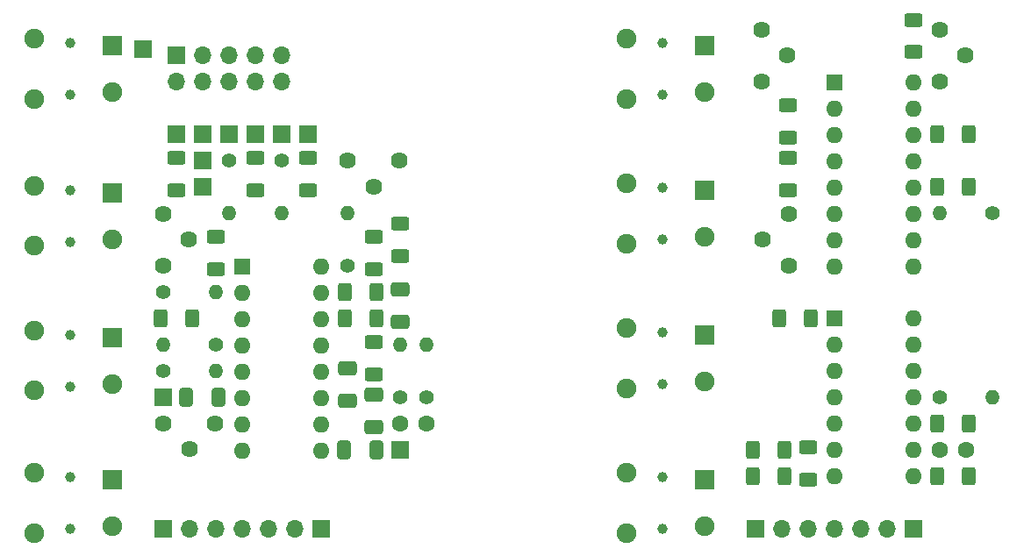
<source format=gbr>
%TF.GenerationSoftware,KiCad,Pcbnew,(6.0.5)*%
%TF.CreationDate,2023-05-16T23:55:54-04:00*%
%TF.ProjectId,as3340_no_mux,61733333-3430-45f6-9e6f-5f6d75782e6b,rev?*%
%TF.SameCoordinates,Original*%
%TF.FileFunction,Soldermask,Top*%
%TF.FilePolarity,Negative*%
%FSLAX46Y46*%
G04 Gerber Fmt 4.6, Leading zero omitted, Abs format (unit mm)*
G04 Created by KiCad (PCBNEW (6.0.5)) date 2023-05-16 23:55:55*
%MOMM*%
%LPD*%
G01*
G04 APERTURE LIST*
G04 Aperture macros list*
%AMRoundRect*
0 Rectangle with rounded corners*
0 $1 Rounding radius*
0 $2 $3 $4 $5 $6 $7 $8 $9 X,Y pos of 4 corners*
0 Add a 4 corners polygon primitive as box body*
4,1,4,$2,$3,$4,$5,$6,$7,$8,$9,$2,$3,0*
0 Add four circle primitives for the rounded corners*
1,1,$1+$1,$2,$3*
1,1,$1+$1,$4,$5*
1,1,$1+$1,$6,$7*
1,1,$1+$1,$8,$9*
0 Add four rect primitives between the rounded corners*
20,1,$1+$1,$2,$3,$4,$5,0*
20,1,$1+$1,$4,$5,$6,$7,0*
20,1,$1+$1,$6,$7,$8,$9,0*
20,1,$1+$1,$8,$9,$2,$3,0*%
G04 Aperture macros list end*
%ADD10R,1.700000X1.700000*%
%ADD11C,1.900000*%
%ADD12R,1.900000X1.900000*%
%ADD13C,1.000000*%
%ADD14RoundRect,0.250000X-0.650000X0.412500X-0.650000X-0.412500X0.650000X-0.412500X0.650000X0.412500X0*%
%ADD15O,1.700000X1.700000*%
%ADD16RoundRect,0.250000X0.625000X-0.400000X0.625000X0.400000X-0.625000X0.400000X-0.625000X-0.400000X0*%
%ADD17C,1.400000*%
%ADD18O,1.400000X1.400000*%
%ADD19RoundRect,0.250000X0.400000X0.625000X-0.400000X0.625000X-0.400000X-0.625000X0.400000X-0.625000X0*%
%ADD20RoundRect,0.250000X-0.625000X0.400000X-0.625000X-0.400000X0.625000X-0.400000X0.625000X0.400000X0*%
%ADD21RoundRect,0.250000X-0.400000X-0.625000X0.400000X-0.625000X0.400000X0.625000X-0.400000X0.625000X0*%
%ADD22C,1.620000*%
%ADD23RoundRect,0.250000X0.650000X-0.412500X0.650000X0.412500X-0.650000X0.412500X-0.650000X-0.412500X0*%
%ADD24RoundRect,0.250000X0.412500X0.650000X-0.412500X0.650000X-0.412500X-0.650000X0.412500X-0.650000X0*%
%ADD25RoundRect,0.250000X-0.412500X-0.650000X0.412500X-0.650000X0.412500X0.650000X-0.412500X0.650000X0*%
%ADD26C,1.600000*%
%ADD27R,1.600000X1.600000*%
%ADD28O,1.600000X1.600000*%
G04 APERTURE END LIST*
D10*
%TO.C,J18*%
X53340000Y-114300000D03*
%TD*%
D11*
%TO.C,J2*%
X37100000Y-125050479D03*
X37100000Y-119250479D03*
X44600000Y-124400479D03*
D12*
X44600000Y-119900479D03*
D13*
X40600000Y-124650479D03*
X40600000Y-119650479D03*
%TD*%
D10*
%TO.C,J16*%
X50800000Y-114300000D03*
%TD*%
D14*
%TO.C,C11*%
X67310000Y-139992500D03*
X67310000Y-136867500D03*
%TD*%
D10*
%TO.C,J17*%
X55880000Y-114300000D03*
%TD*%
%TO.C,J3*%
X53340000Y-116840000D03*
%TD*%
D11*
%TO.C,J1*%
X37100000Y-110850000D03*
X37100000Y-105050000D03*
X44600000Y-110200000D03*
D12*
X44600000Y-105700000D03*
D13*
X40600000Y-110450000D03*
X40600000Y-105450000D03*
%TD*%
D10*
%TO.C,J6*%
X53340000Y-119380000D03*
%TD*%
%TO.C,J9*%
X49530000Y-139700000D03*
%TD*%
%TO.C,J10*%
X72390000Y-144780000D03*
%TD*%
D15*
%TO.C,J11*%
X60960000Y-109220000D03*
X60960000Y-106680000D03*
X58420000Y-109220000D03*
X58420000Y-106680000D03*
X55880000Y-109220000D03*
X55880000Y-106680000D03*
X53340000Y-109220000D03*
X53340000Y-106680000D03*
X50800000Y-109220000D03*
D10*
X50800000Y-106680000D03*
%TD*%
D11*
%TO.C,J5*%
X37100000Y-139020479D03*
X37100000Y-133220479D03*
X44600000Y-138370479D03*
D12*
X44600000Y-133870479D03*
D13*
X40600000Y-138620479D03*
X40600000Y-133620479D03*
%TD*%
%TO.C,J4*%
X40600000Y-147360000D03*
X40600000Y-152360000D03*
D12*
X44600000Y-147610000D03*
D11*
X44600000Y-152110000D03*
X37100000Y-146960000D03*
X37100000Y-152760000D03*
%TD*%
D10*
%TO.C,J19*%
X58420000Y-114300000D03*
%TD*%
%TO.C,J20*%
X60960000Y-114300000D03*
%TD*%
%TO.C,J21*%
X63500000Y-114300000D03*
%TD*%
D16*
%TO.C,R2*%
X50800000Y-119660000D03*
X50800000Y-116560000D03*
%TD*%
D17*
%TO.C,R8*%
X55880000Y-116840000D03*
D18*
X55880000Y-121920000D03*
%TD*%
D19*
%TO.C,R50*%
X49250000Y-132080000D03*
X52350000Y-132080000D03*
%TD*%
D20*
%TO.C,R16*%
X63500000Y-116560000D03*
X63500000Y-119660000D03*
%TD*%
%TO.C,R38*%
X54610000Y-127280000D03*
X54610000Y-124180000D03*
%TD*%
D18*
%TO.C,R11*%
X72390000Y-134620000D03*
D17*
X72390000Y-139700000D03*
%TD*%
D20*
%TO.C,R4*%
X72390000Y-122910000D03*
X72390000Y-126010000D03*
%TD*%
D19*
%TO.C,R25*%
X70130000Y-129540000D03*
X67030000Y-129540000D03*
%TD*%
D20*
%TO.C,R26*%
X69850000Y-124180000D03*
X69850000Y-127280000D03*
%TD*%
D18*
%TO.C,R10*%
X74930000Y-134620000D03*
D17*
X74930000Y-139700000D03*
%TD*%
D18*
%TO.C,R40*%
X54610000Y-137160000D03*
D17*
X49530000Y-137160000D03*
%TD*%
%TO.C,R17*%
X67310000Y-127000000D03*
D18*
X67310000Y-121920000D03*
%TD*%
%TO.C,R19*%
X60960000Y-121920000D03*
D17*
X60960000Y-116840000D03*
%TD*%
D18*
%TO.C,R39*%
X54610000Y-129540000D03*
D17*
X49530000Y-129540000D03*
%TD*%
D21*
%TO.C,R46*%
X67030000Y-132080000D03*
X70130000Y-132080000D03*
%TD*%
D20*
%TO.C,R12*%
X69850000Y-137440000D03*
X69850000Y-134340000D03*
%TD*%
D17*
%TO.C,R48*%
X54610000Y-134620000D03*
D18*
X49530000Y-134620000D03*
%TD*%
D22*
%TO.C,RV5*%
X54570000Y-142185000D03*
X52070000Y-144685000D03*
X49570000Y-142185000D03*
%TD*%
%TO.C,RV9*%
X49530000Y-121960000D03*
X52030000Y-124460000D03*
X49530000Y-126960000D03*
%TD*%
%TO.C,RV7*%
X72350000Y-116840000D03*
X69850000Y-119340000D03*
X67350000Y-116840000D03*
%TD*%
D23*
%TO.C,C2*%
X69850000Y-139407500D03*
X69850000Y-142532500D03*
%TD*%
D24*
%TO.C,C3*%
X67017500Y-144780000D03*
X70142500Y-144780000D03*
%TD*%
D25*
%TO.C,C7*%
X51777500Y-139700000D03*
X54902500Y-139700000D03*
%TD*%
D14*
%TO.C,C9*%
X72390000Y-129247500D03*
X72390000Y-132372500D03*
%TD*%
D26*
%TO.C,C1*%
X74910000Y-142240000D03*
X72410000Y-142240000D03*
%TD*%
D10*
%TO.C,J22*%
X64770000Y-152400000D03*
D15*
X62230000Y-152400000D03*
X59690000Y-152400000D03*
X57150000Y-152400000D03*
X54610000Y-152400000D03*
X52070000Y-152400000D03*
%TD*%
D10*
%TO.C,J25*%
X47625000Y-106045000D03*
%TD*%
%TO.C,J27*%
X49530000Y-152400000D03*
%TD*%
D27*
%TO.C,U2*%
X57160000Y-127015000D03*
D28*
X57160000Y-129555000D03*
X57160000Y-132095000D03*
X57160000Y-134635000D03*
X57160000Y-137175000D03*
X57160000Y-139715000D03*
X57160000Y-142255000D03*
X57160000Y-144795000D03*
X64780000Y-144795000D03*
X64780000Y-142255000D03*
X64780000Y-139715000D03*
X64780000Y-137175000D03*
X64780000Y-134635000D03*
X64780000Y-132095000D03*
X64780000Y-129555000D03*
X64780000Y-127015000D03*
%TD*%
D16*
%TO.C,R6*%
X58420000Y-119660000D03*
X58420000Y-116560000D03*
%TD*%
D10*
%TO.C,J26*%
X106680000Y-152400000D03*
%TD*%
D19*
%TO.C,R58*%
X127280000Y-142240000D03*
X124180000Y-142240000D03*
%TD*%
D10*
%TO.C,J23*%
X121920000Y-152400000D03*
D15*
X119380000Y-152400000D03*
X116840000Y-152400000D03*
X114300000Y-152400000D03*
X111760000Y-152400000D03*
X109220000Y-152400000D03*
%TD*%
D26*
%TO.C,D1*%
X127000000Y-144780000D03*
X124500000Y-144780000D03*
%TD*%
D28*
%TO.C,U4*%
X121930000Y-132075000D03*
X121930000Y-134615000D03*
X121930000Y-137155000D03*
X121930000Y-139695000D03*
X121930000Y-142235000D03*
X121930000Y-144775000D03*
X121930000Y-147315000D03*
X114310000Y-147315000D03*
X114310000Y-144775000D03*
X114310000Y-142235000D03*
X114310000Y-139695000D03*
X114310000Y-137155000D03*
X114310000Y-134615000D03*
D27*
X114310000Y-132075000D03*
%TD*%
%TO.C,U1*%
X114310000Y-109235000D03*
D28*
X114310000Y-111775000D03*
X114310000Y-114315000D03*
X114310000Y-116855000D03*
X114310000Y-119395000D03*
X114310000Y-121935000D03*
X114310000Y-124475000D03*
X114310000Y-127015000D03*
X121930000Y-127015000D03*
X121930000Y-124475000D03*
X121930000Y-121935000D03*
X121930000Y-119395000D03*
X121930000Y-116855000D03*
X121930000Y-114315000D03*
X121930000Y-111775000D03*
X121930000Y-109235000D03*
%TD*%
D22*
%TO.C,SineShapeTrim1*%
X109910000Y-126960000D03*
X107410000Y-124460000D03*
X109910000Y-121960000D03*
%TD*%
%TO.C,SineLevelTrim1*%
X124460000Y-104180000D03*
X126960000Y-106680000D03*
X124460000Y-109180000D03*
%TD*%
%TO.C,SineBiasTrim1*%
X107260000Y-109180000D03*
X109760000Y-106680000D03*
X107260000Y-104180000D03*
%TD*%
D19*
%TO.C,R69*%
X112040000Y-132080000D03*
X108940000Y-132080000D03*
%TD*%
%TO.C,R68*%
X109500000Y-147320000D03*
X106400000Y-147320000D03*
%TD*%
D21*
%TO.C,R66*%
X124180000Y-147320000D03*
X127280000Y-147320000D03*
%TD*%
D20*
%TO.C,R64*%
X111760000Y-147600000D03*
X111760000Y-144500000D03*
%TD*%
D21*
%TO.C,R62*%
X109500000Y-144780000D03*
X106400000Y-144780000D03*
%TD*%
D17*
%TO.C,R60*%
X124460000Y-139700000D03*
D18*
X129540000Y-139700000D03*
%TD*%
D16*
%TO.C,R55*%
X109855000Y-111480000D03*
X109855000Y-114580000D03*
%TD*%
D20*
%TO.C,R54*%
X109855000Y-116560000D03*
X109855000Y-119660000D03*
%TD*%
D19*
%TO.C,R51*%
X124180000Y-114300000D03*
X127280000Y-114300000D03*
%TD*%
D17*
%TO.C,R37*%
X129540000Y-121920000D03*
D18*
X124460000Y-121920000D03*
%TD*%
D20*
%TO.C,R36*%
X121920000Y-103225000D03*
X121920000Y-106325000D03*
%TD*%
D19*
%TO.C,R1*%
X127280000Y-119380000D03*
X124180000Y-119380000D03*
%TD*%
D13*
%TO.C,J15*%
X97750000Y-147360000D03*
X97750000Y-152360000D03*
D12*
X101750000Y-147610000D03*
D11*
X101750000Y-152110000D03*
X94250000Y-146960000D03*
X94250000Y-152760000D03*
%TD*%
D13*
%TO.C,J14*%
X97750000Y-105450000D03*
X97750000Y-110450000D03*
D12*
X101750000Y-105700000D03*
D11*
X101750000Y-110200000D03*
X94250000Y-105050000D03*
X94250000Y-110850000D03*
%TD*%
D13*
%TO.C,J13*%
X97750000Y-119420000D03*
X97750000Y-124420000D03*
D12*
X101750000Y-119670000D03*
D11*
X101750000Y-124170000D03*
X94250000Y-119020000D03*
X94250000Y-124820000D03*
%TD*%
D13*
%TO.C,J12*%
X97750000Y-133390000D03*
X97750000Y-138390000D03*
D12*
X101750000Y-133640000D03*
D11*
X101750000Y-138140000D03*
X94250000Y-132990000D03*
X94250000Y-138790000D03*
%TD*%
M02*

</source>
